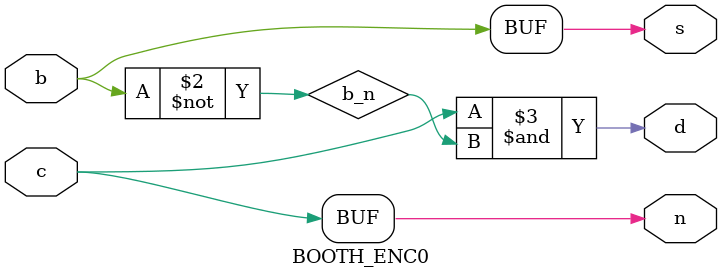
<source format=v>
module BOOTH_ENC0
	(input b, c,
	output s, d, n);
  
  //Single Select
  assign s = b;
  
  //Double Select NAND 2
  wire b_n, d2;
  nand(b_n, b, b);
  nand(d2, c, b_n);
  
  nand(d, d2, d2);
  
  assign n = c;
  
endmodule
</source>
